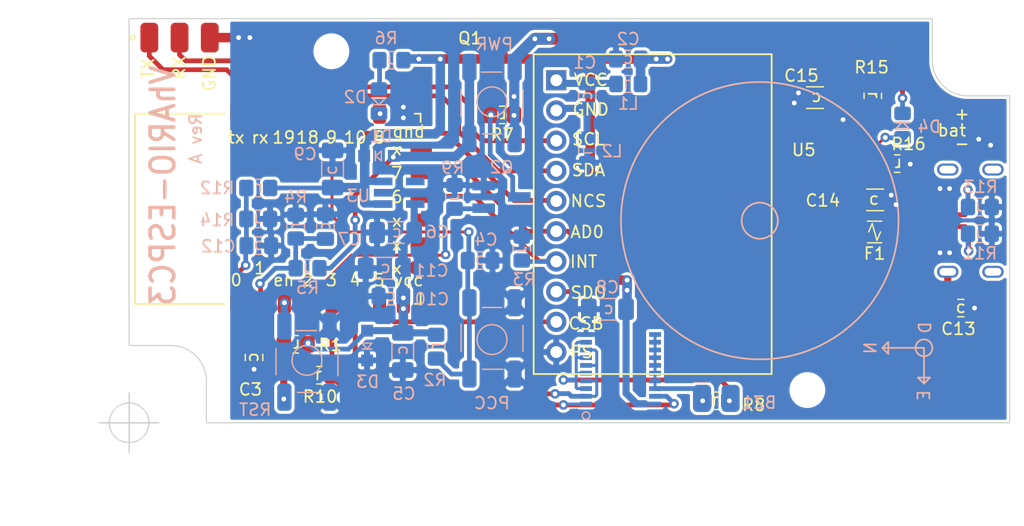
<source format=kicad_pcb>
(kicad_pcb (version 20220308) (generator pcbnew)
  (layers (0 "F.Cu" signal) (31 "B.Cu" signal) (34 "B.Paste" user) (35 "F.Paste" user) (36 "B.SilkS" user "B.Silkscreen") (37 "F.SilkS" user "F.Silkscreen") (38 "B.Mask" user) (39 "F.Mask" user) (44 "Edge.Cuts" user))
  (net 0 "")
  (net 1 "Net-(BZ1--)")
  (net 2 "Net-(BZ1-+)")
  (net 3 "Net-(U1-VCC)")
  (net 4 "Net-(U1-GND)")
  (net 5 "+VSW")
  (net 6 "GND")
  (net 7 "+3V3")
  (net 8 "/PWR_SENS")
  (net 9 "/ADC")
  (net 10 "Net-(J3-VBUS)")
  (net 11 "+BATT")
  (net 12 "Net-(D1-A)")
  (net 13 "Net-(D2-K)")
  (net 14 "Net-(D4-K)")
  (net 15 "Net-(D4-A)")
  (net 16 "Net-(J1-Pin_1)")
  (net 17 "Net-(J1-Pin_2)")
  (net 18 "Net-(J3-CC1)")
  (net 19 "Net-(J3-CC2)")
  (net 20 "Net-(Q1-G)")
  (net 21 "/PWR_CTRL")
  (net 22 "/DRDY")
  (net 23 "Net-(U5-STAT)")
  (net 24 "Net-(U5-PROG)")
  (net 25 "/SCK")
  (net 26 "/MOSI")
  (net 27 "/NCS")
  (net 28 "/MISO")
  (net 29 "/CSB")
  (net 34 "/AUDIO")
  (net 35 "/AUDIO_EN")
  (net 37 "Net-(U2-IO9)")
  (net 41 "Net-(SW1-A)")
  (net 42 "Net-(D2-A)")
  (net 43 "Net-(J3-SHIELD)")
  (footprint "00_project_footprints:C_1206_3216Metric_Pad1.33x1.80mm_HandSolder" (layer "F.Cu") (at 147.65 92.65 180)
    (fp_text reference "C15")
    (fp_text value "22uF")
  )
  (footprint "00_project_footprints:R_0805_2012Metric_Pad1.20x1.40mm_HandSolder" (layer "F.Cu") (at 139.35 118.15)
    (fp_text reference "R8")
    (fp_text value "10K")
  )
  (footprint "00_project_footprints:C_0805_2012Metric_Pad1.18x1.45mm_HandSolder" (layer "F.Cu") (at 159.9 110.35)
    (fp_text reference "C13")
    (fp_text value "100nF")
  )
  (footprint "00_project_footprints:espc3fn4_hn" (layer "F.Cu") (at 99.05 109.95 90)
    (fp_text reference "U2" hide)
    (fp_text value "ESPC3-12F C3FN4")
  )
  (footprint "00_project_footprints:R_0805_2012Metric_Pad1.20x1.40mm_HandSolder" (layer "F.Cu") (at 121.35 94.1 180)
    (fp_text reference "R7")
    (fp_text value "10K")
  )
  (footprint "00_project_footprints:R_0805_2012Metric_Pad1.20x1.40mm_HandSolder" (layer "F.Cu") (at 104 113.4 180)
    (fp_text reference "R1")
    (fp_text value "2K7")
  )
  (footprint "00_project_footprints:cjmcu_117_hn" (layer "F.Cu") (at 125.9 101.35)
    (fp_text reference "U1" hide)
    (fp_text value "CJMCU-117")
  )
  (footprint "00_project_footprints:MountingHole_2.5mm" (layer "F.Cu") (at 147 117.25)
    (fp_text reference "H2" hide)
    (fp_text value "mount_hole_hn")
  )
  (footprint "00_project_footprints:C_0805_2012Metric_Pad1.18x1.45mm_HandSolder" (layer "F.Cu") (at 100.5 114.5 -90)
    (fp_text reference "C3")
    (fp_text value "1uF")
  )
  (footprint "00_project_footprints:smd_conn2_hn" (layer "F.Cu") (at 161.75 95.2 90)
    (fp_text reference "J2" hide)
    (fp_text value "conn_bat")
  )
  (footprint "00_project_footprints:SOT-23-5_HandSoldering" (layer "F.Cu") (at 150 97 -90)
    (fp_text reference "U5")
    (fp_text value "MCP73831-2-OT")
  )
  (footprint "00_project_footprints:usbc_6pin_hn" (layer "F.Cu") (at 158.8 103 90)
    (fp_text reference "J3" hide)
    (fp_text value "USB_C_6PIN")
  )
  (footprint "00_project_footprints:Fuse_1206_3216Metric_Pad1.42x1.75mm_HandSolder" (layer "F.Cu") (at 152.65 103.95 180)
    (fp_text reference "F1")
    (fp_text value "nSMD075")
  )
  (footprint "00_project_footprints:pgm_conn_hn" (layer "F.Cu") (at 91.7 87.6 90)
    (fp_text reference "J1" hide)
    (fp_text value "conn_pgm")
  )
  (footprint "00_project_footprints:R_0805_2012Metric_Pad1.20x1.40mm_HandSolder" (layer "F.Cu") (at 152.5 92.5 -90)
    (fp_text reference "R15")
    (fp_text value "2K2")
  )
  (footprint "00_project_footprints:SOT-23_Handsoldering" (layer "F.Cu") (at 121.4 90.2 90)
    (fp_text reference "Q1")
    (fp_text value "AO3401A")
  )
  (footprint "00_project_footprints:R_0805_2012Metric_Pad1.20x1.40mm_HandSolder" (layer "F.Cu") (at 106 116)
    (fp_text reference "R10")
    (fp_text value "10K")
  )
  (footprint "00_project_footprints:MountingHole_2.5mm" (layer "F.Cu") (at 107 88.75)
    (fp_text reference "H1" hide)
    (fp_text value "mount_hole_hn")
  )
  (footprint "00_project_footprints:R_0805_2012Metric_Pad1.20x1.40mm_HandSolder" (layer "F.Cu") (at 154.55 98.2 180)
    (fp_text reference "R16")
    (fp_text value "2K")
  )
  (footprint "00_project_footprints:C_1206_3216Metric_Pad1.33x1.80mm_HandSolder" (layer "F.Cu") (at 152.7 101.25)
    (fp_text reference "C14")
    (fp_text value "22uF")
  )
  (footprint "00_project_footprints:smd_btn4_hn" (layer "B.Cu") (at 104.95 114.75 90)
    (fp_text reference "SW1" hide)
    (fp_text value "RST")
  )
  (footprint "00_project_footprints:smd_btn4_hn" (layer "B.Cu") (at 120.5 113 -90)
    (fp_text reference "SW2" hide)
    (fp_text value "PCC")
  )
  (footprint "00_project_footprints:C_1206_3216Metric_Pad1.33x1.80mm_HandSolder" (layer "B.Cu") (at 112.4 104 180)
    (fp_text reference "C6")
    (fp_text value "100uF")
  )
  (footprint "00_project_footprints:D_SOD-323_HandSoldering" (layer "B.Cu") (at 111 97.55)
    (fp_text reference "D1")
    (fp_text value "1N5819WS")
  )
  (footprint "00_project_footprints:L_0805_2012Metric_Pad1.15x1.40mm_HandSolder" (layer "B.Cu") (at 128.5 97.1 90)
    (fp_text reference "L2")
    (fp_text value "GZ2012D601TF")
  )
  (footprint "00_project_footprints:C_1206_3216Metric_Pad1.33x1.80mm_HandSolder" (layer "B.Cu") (at 111.45 107 180)
    (fp_text reference "C11")
    (fp_text value "22uF")
  )
  (footprint "00_project_footprints:C_1206_3216Metric_Pad1.33x1.80mm_HandSolder" (layer "B.Cu") (at 113 114 -90)
    (fp_text reference "C5")
    (fp_text value "100uF")
  )
  (footprint "00_project_footprints:L_0805_2012Metric_Pad1.15x1.40mm_HandSolder" (layer "B.Cu") (at 131.95 91.5)
    (fp_text reference "L1")
    (fp_text value "GZ2012D601TF")
  )
  (footprint "00_project_footprints:C_1206_3216Metric_Pad1.33x1.80mm_HandSolder" (layer "B.Cu") (at 107.1 98.65 90)
    (fp_text reference "C9")
    (fp_text value "22uF")
  )
  (footprint "00_project_footprints:C_0805_2012Metric_Pad1.18x1.45mm_HandSolder" (layer "B.Cu") (at 119.5 106.35)
    (fp_text reference "C4")
    (fp_text value "100nF")
  )
  (footprint "00_project_footprints:R_0805_2012Metric_Pad1.20x1.40mm_HandSolder" (layer "B.Cu") (at 161.5 104.1)
    (fp_text reference "R11")
    (fp_text value "5K1")
  )
  (footprint "00_project_footprints:R_0805_2012Metric_Pad1.20x1.40mm_HandSolder" (layer "B.Cu") (at 117.35 101 90)
    (fp_text reference "R9")
    (fp_text value "10K")
  )
  (footprint "00_project_footprints:R_0805_2012Metric_Pad1.20x1.40mm_HandSolder" (layer "B.Cu") (at 123 105.35 90)
    (fp_text reference "R3")
    (fp_text value "10K")
  )
  (footprint "00_project_footprints:C_0805_2012Metric_Pad1.18x1.45mm_HandSolder" (layer "B.Cu") (at 131.95 89.4 180)
    (fp_text reference "C2")
    (fp_text value "100nF")
  )
  (footprint "00_project_footprints:SSOP-20_4.4x6.5mm_P0.65mm" (layer "B.Cu") (at 131.3 115.5)
    (fp_text reference "U4" hide)
    (fp_text value "74HC240PWR")
  )
  (footprint "00_project_footprints:R_0805_2012Metric_Pad1.20x1.40mm_HandSolder" (layer "B.Cu") (at 105 107)
    (fp_text reference "R5")
    (fp_text value "2K7")
  )
  (footprint "00_project_footprints:smd_btn4_hn" (layer "B.Cu") (at 120.5 93 90)
    (fp_text reference "SW3" hide)
    (fp_text value "PWR")
  )
  (footprint "00_project_footprints:R_0805_2012Metric_Pad1.20x1.40mm_HandSolder" (layer "B.Cu") (at 104 103.5 -90)
    (fp_text reference "R4")
    (fp_text value "10K")
  )
  (footprint "00_project_footprints:C_0805_2012Metric_Pad1.18x1.45mm_HandSolder" (layer "B.Cu") (at 106.5 103.5 -90)
    (fp_text reference "C7")
    (fp_text value "100nF")
  )
  (footprint "00_project_footprints:C_0805_2012Metric_Pad1.18x1.45mm_HandSolder" (layer "B.Cu") (at 128.5 92.5 -90)
    (fp_text reference "C1")
    (fp_text value "100nF")
  )
  (footprint "00_project_footprints:R_0805_2012Metric_Pad1.20x1.40mm_HandSolder" (layer "B.Cu") (at 161.5 101.85)
    (fp_text reference "R13")
    (fp_text value "5K1")
  )
  (footprint "00_project_footprints:D_SOD-323_HandSoldering" (layer "B.Cu") (at 110 113.5 90)
    (fp_text reference "D3")
    (fp_text value "BV03C")
  )
  (footprint "00_project_footprints:SOT-23-5_HandSoldering" (layer "B.Cu") (at 112.7 100.65)
    (fp_text reference "U3" hide)
    (fp_text value "TLV75533PDBV")
  )
  (footprint "00_project_footprints:R_0805_2012Metric_Pad1.20x1.40mm_HandSolder" (layer "B.Cu") (at 115.8 113.6 -90)
    (fp_text reference "R2")
    (fp_text value "10K")
  )
  (footprint "00_project_footprints:C_0805_2012Metric_Pad1.18x1.45mm_HandSolder" (layer "B.Cu") (at 112 109.35 180)
    (fp_text reference "C10")
    (fp_text value "100nF")
  )
  (footprint "00_project_footprints:R_0805_2012Metric_Pad1.20x1.40mm_HandSolder" (layer "B.Cu") (at 100.85 100.25 180)
    (fp_text reference "R12")
    (fp_text value "10K")
  )
  (footprint "00_project_footprints:C_1206_3216Metric_Pad1.33x1.80mm_HandSolder" (layer "B.Cu") (at 130.2 110.45 180)
    (fp_text reference "C8")
    (fp_text value "22uF")
  )
  (footprint "00_project_footprints:SOT-23_Handsoldering" (layer "B.Cu") (at 121.3 101)
    (fp_text reference "Q2")
    (fp_text value "2N7002")
  )
  (footprint "00_project_footprints:C_0805_2012Metric_Pad1.18x1.45mm_HandSolder" (layer "B.Cu") (at 100.9 105.1)
    (fp_text reference "C12")
    (fp_text value "100nF")
  )
  (footprint "00_project_footprints:R_0805_2012Metric_Pad1.20x1.40mm_HandSolder" (layer "B.Cu") (at 100.85 102.85)
    (fp_text reference "R14")
    (fp_text value "2K2")
  )
  (footprint "00_project_footprints:LED_0805_2012Metric_Pad1.15x1.40mm_HandSolder" (layer "B.Cu") (at 111 92.95 90)
    (fp_text reference "D2")
    (fp_text value "BLUE")
  )
  (footprint "00_project_footprints:LED_0805_2012Metric_Pad1.15x1.40mm_HandSolder" (layer "B.Cu") (at 155 95 -90)
    (fp_text reference "D4")
    (fp_text value "RED")
  )
  (footprint "00_project_footprints:smd_conn2_hn" (layer "B.Cu") (at 139.35 118.05)
    (fp_text reference "BZ1")
    (fp_text value "KPEG006")
  )
  (footprint "00_project_footprints:R_0805_2012Metric_Pad1.20x1.40mm_HandSolder" (layer "B.Cu") (at 112.05 89.5)
    (fp_text reference "R6")
    (fp_text value "2K2")
  )
  (gr_line (start 156.3 116.2) (end 157.3 116.2) (stroke (width 0.15)) (layer "B.SilkS"))
  (gr_line (start 156.8 113.7) (end 153.3 113.7) (stroke (width 0.15)) (layer "B.SilkS"))
  (gr_line (start 153.8 113.2) (end 153.3 113.7) (stroke (width 0.15)) (layer "B.SilkS"))
  (gr_circle (center 143 103) (end 153 97) (stroke (width 0.15)) (fill none) (layer "B.SilkS"))
  (gr_line (start 153.8 113.7) (end 153.8 114.2) (stroke (width 0.15)) (layer "B.SilkS"))
  (gr_circle (center 156.8 113.7) (end 157.3 113.2) (stroke (width 0.15)) (fill none) (layer "B.SilkS"))
  (gr_line (start 156.8 113.7) (end 156.8 116.7) (stroke (width 0.15)) (layer "B.SilkS"))
  (gr_line (start 153.8 114.2) (end 153.3 113.7) (stroke (width 0.15)) (layer "B.SilkS"))
  (gr_line (start 156.8 116.7) (end 156.3 116.2) (stroke (width 0.15)) (layer "B.SilkS"))
  (gr_line (start 157.3 116.2) (end 156.8 116.7) (stroke (width 0.15)) (layer "B.SilkS"))
  (gr_line (start 153.8 113.7) (end 153.8 113.2) (stroke (width 0.15)) (layer "B.SilkS"))
  (gr_circle (center 143 103) (end 144.1 104.05) (stroke (width 0.15)) (fill none) (layer "B.SilkS"))
  (gr_line (start 144 89) (end 124 89) (stroke (width 0.15)) (layer "F.SilkS"))
  (gr_line (start 124 115.9) (end 144 115.9) (stroke (width 0.15)) (layer "F.SilkS"))
  (gr_line (start 90.5 94) (end 90.5 110) (stroke (width 0.15)) (layer "F.SilkS"))
  (gr_line (start 98 94) (end 90.5 94) (stroke (width 0.15)) (layer "F.SilkS"))
  (gr_line (start 114.5 94) (end 114.5 94.7) (stroke (width 0.15)) (layer "F.SilkS"))
  (gr_line (start 114 94) (end 114.5 94) (stroke (width 0.15)) (layer "F.SilkS"))
  (gr_line (start 114.5 109.15) (end 114.5 110) (stroke (width 0.15)) (layer "F.SilkS"))
  (gr_line (start 114.5 110) (end 114 110) (stroke (width 0.15)) (layer "F.SilkS"))
  (gr_line (start 90.5 110) (end 98 110) (stroke (width 0.15)) (layer "F.SilkS"))
  (gr_line (start 144 115.9) (end 144 89) (stroke (width 0.15)) (layer "F.SilkS"))
  (gr_line (start 124 89) (end 124 115.9) (stroke (width 0.15)) (layer "F.SilkS"))
  (gr_line (start 157.5 86) (end 157.5 89.5) (stroke (width 0.1)) (layer "Edge.Cuts"))
  (gr_line (start 96.5 120) (end 164 120) (stroke (width 0.1)) (layer "Edge.Cuts"))
  (gr_arc (start 160.5 92.5) (mid 158.37868 91.62132) (end 157.5 89.5) (stroke (width 0.1)) (layer "Edge.Cuts"))
  (gr_line (start 90 113.5) (end 93.5 113.5) (stroke (width 0.1)) (layer "Edge.Cuts"))
  (gr_line (start 164 92.5) (end 161 92.5) (stroke (width 0.1)) (layer "Edge.Cuts"))
  (gr_line (start 161 92.5) (end 160.5 92.5) (stroke (width 0.1)) (layer "Edge.Cuts"))
  (gr_line (start 157.5 86) (end 90 86) (stroke (width 0.1)) (layer "Edge.Cuts"))
  (gr_line (start 96.5 120) (end 96.5 116.5) (stroke (width 0.1)) (layer "Edge.Cuts"))
  (gr_line (start 90 86) (end 90 113.5) (stroke (width 0.1)) (layer "Edge.Cuts"))
  (gr_line (start 164 120) (end 164 92.5) (stroke (width 0.1)) (layer "Edge.Cuts"))
  (gr_arc (start 93.5 113.5) (mid 95.62132 114.37868) (end 96.5 116.5) (stroke (width 0.1)) (layer "Edge.Cuts"))
  (gr_text "N" (at 152.3 113.7 90) (layer "B.SilkS") (effects (font (size 1 1)) (justify mirror)))
  (gr_text "RST" (at 100.6 118.9) (layer "B.SilkS") (effects (font (size 1 1)) (justify mirror)))
  (gr_text "E" (at 156.8 117.7 90) (layer "B.SilkS") (effects (font (size 1 1)) (justify mirror)))
  (gr_text "U3" (at 109.25 100.9) (layer "B.SilkS") (effects (font (size 1 1)) (justify mirror)))
  (gr_text "Rev A" (at 95.6 96.1 90) (layer "B.SilkS") (effects (font (size 1 1)) (justify mirror)))
  (gr_text "PWR" (at 120.7 88.15) (layer "B.SilkS") (effects (font (size 1 1)) (justify mirror)))
  (gr_text "VhARIO-ESPC3" (at 92.85 100.05 90) (layer "B.SilkS") (effects (font (size 2 1.8) (thickness 0.3) bold) (justify mirror)))
  (gr_text "D" (at 156.9 112 90) (layer "B.SilkS") (effects (font (size 1 1)) (justify mirror)))
  (gr_text "PCC" (at 120.5 118.35) (layer "B.SilkS") (effects (font (size 1 1)) (justify mirror)))
  (gr_text "tx" (at 99 96) (layer "F.SilkS") (effects (font (size 1 1))))
  (gr_text "-" (at 160 96.5) (layer "F.SilkS") (effects (font (size 1 1)) (justify mirror)))
  (gr_text "bat" (at 159.15 95.4) (layer "F.SilkS") (effects (font (size 1 1))))
  (gr_text "GND" (at 96.75 90.6 90) (layer "F.SilkS") (effects (font (size 1 1))))
  (gr_text "7" (at 112.5 99) (layer "F.SilkS") (effects (font (size 1 1))))
  (gr_text "18" (at 105 96) (layer "F.SilkS") (effects (font (size 1 1))))
  (gr_text "TX" (at 91.6 90.2 90) (layer "F.SilkS") (effects (font (size 1 1))))
  (gr_text "en" (at 103 108) (layer "F.SilkS") (effects (font (size 1 1))))
  (gr_text "2" (at 105 108) (layer "F.SilkS") (effects (font (size 1 1))))
  (gr_text "gnd" (at 113.5 95.5) (layer "F.SilkS") (effects (font (size 1 1))))
  (gr_text "3" (at 107 108) (layer "F.SilkS") (effects (font (size 1 1))))
  (gr_text "19" (at 103 96) (layer "F.SilkS") (effects (font (size 1 1))))
  (gr_text "rx" (at 101 96) (layer "F.SilkS") (effects (font (size 1 1))))
  (gr_text "vcc" (at 113.5 108) (layer "F.SilkS") (effects (font (size 1 1))))
  (gr_text "x" (at 112.5 107) (layer "F.SilkS") (effects (font (size 1 1))))
  (gr_text "0" (at 99 108) (layer "F.SilkS") (effects (font (size 1 1))))
  (gr_text "x" (at 112.5 103) (layer "F.SilkS") (effects (font (size 1 1))))
  (gr_text "1" (at 101 107) (layer "F.SilkS") (effects (font (size 1 1))))
  (gr_text "10" (at 109 96) (layer "F.SilkS") (effects (font (size 1 1))))
  (gr_text "x" (at 112.5 97) (layer "F.SilkS") (effects (font (size 1 1))))
  (gr_text "4" (at 109 108) (layer "F.SilkS") (effects (font (size 1 1))))
  (gr_text "5" (at 111 108) (layer "F.SilkS") (effects (font (size 1 1))))
  (gr_text "RX" (at 94.2 90.15 90) (layer "F.SilkS") (effects (font (size 1 1))))
  (gr_text "9" (at 107 96) (layer "F.SilkS") (effects (font (size 1 1))))
  (gr_text "x" (at 112.5 105) (layer "F.SilkS") (effects (font (size 1 1))))
  (gr_text "6" (at 112.5 101) (layer "F.SilkS") (effects (font (size 1 1))))
  (gr_text "8" (at 111 96) (layer "F.SilkS") (effects (font (size 1 1))))
  (gr_text "+" (at 160 94) (layer "F.SilkS") (effects (font (size 1 1)) (justify mirror)))
  (target plus (at 90 120) (size 5) (width 0.1) (layer "Edge.Cuts"))
  (target plus (at 90 120) (size 5) (width 0.1) (layer "Edge.Cuts"))
  (target plus (at 90 120) (size 5) (width 0.1) (layer "Edge.Cuts"))
  (via (at 138.2 118.15) (size 0.8) (drill 0.4) (layers "F.Cu" "B.Cu") (net 1))
  (segment (start 134.2 116.475) (end 134.2 115.825) (width 0.25) (layer "B.Cu") (net 1))
  (segment (start 138.15 117.5) (end 137.775 117.125) (width 0.25) (layer "B.Cu") (net 1))
  (segment (start 134.2 114.525) (end 134.2 115.175) (width 0.25) (layer "B.Cu") (net 1))
  (segment (start 134.2 115.175) (end 134.2 115.825) (width 0.25) (layer "B.Cu") (net 1))
  (segment (start 134.2 113.225) (end 134.2 113.875) (width 0.25) (layer "B.Cu") (net 1))
  (segment (start 134.2 113.875) (end 134.2 114.525) (width 0.25) (layer "B.Cu") (net 1))
  (segment (start 134.2 117.125) (end 134.2 116.475) (width 0.25) (layer "B.Cu") (net 1))
  (segment (start 134.2 112.575) (end 134.2 113.225) (width 0.25) (layer "B.Cu") (net 1))
  (segment (start 137.775 117.125) (end 134.2 117.125) (width 0.4) (layer "B.Cu") (net 1))
  (segment (start 139.7 116.4) (end 140.4 117.1) (width 0.4) (layer "F.Cu") (net 2))
  (segment (start 126.5 116.4) (end 139.7 116.4) (width 0.4) (layer "F.Cu") (net 2))
  (segment (start 140.4 117.1) (end 140.4 118.1) (width 0.4) (layer "F.Cu") (net 2))
  (segment (start 140.4 118.1) (end 140.35 118.15) (width 0.25) (layer "F.Cu") (net 2))
  (via (at 126.5 116.4) (size 0.8) (drill 0.4) (layers "F.Cu" "B.Cu") (net 2))
  (via (at 140.45 118.15) (size 0.8) (drill 0.4) (layers "F.Cu" "B.Cu") (net 2))
  (segment (start 127.65 117.125) (end 128.4 117.125) (width 0.25) (layer "B.Cu") (net 2))
  (segment (start 128.4 115.825) (end 127.65 115.825) (width 0.25) (layer "B.Cu") (net 2))
  (segment (start 127.65 114.525) (end 127.575489 114.450489) (width 0.25) (layer "B.Cu") (net 2))
  (segment (start 127.575489 114.450489) (end 127.575489 113.524022) (width 0.25) (layer "B.Cu") (net 2))
  (segment (start 126.5 116.4) (end 127.5 116.4) (width 0.4) (layer "B.Cu") (net 2))
  (segment (start 127.575489 116.475489) (end 127.575489 117.050489) (width 0.25) (layer "B.Cu") (net 2))
  (segment (start 127.575489 113.350489) (end 127.575489 116.475489) (width 0.25) (layer "B.Cu") (net 2))
  (segment (start 127.575489 117.050489) (end 127.65 117.125) (width 0.25) (layer "B.Cu") (net 2))
  (segment (start 127.700978 114.525) (end 128.4 114.525) (width 0.25) (layer "B.Cu") (net 2))
  (segment (start 127.675 115.825) (end 128.4 115.825) (width 0.25) (layer "B.Cu") (net 2))
  (segment (start 127.700978 113.225) (end 127.575489 113.350489) (width 0.25) (layer "B.Cu") (net 2))
  (segment (start 128.4 113.225) (end 127.700978 113.225) (width 0.25) (layer "B.Cu") (net 2))
  (segment (start 127.874511 113.225) (end 128.4 113.225) (width 0.25) (layer "B.Cu") (net 2))
  (segment (start 128.4 114.525) (end 127.65 114.525) (width 0.25) (layer "B.Cu") (net 2))
  (segment (start 127.5 116.4) (end 127.575489 116.475489) (width 0.25) (layer "B.Cu") (net 2))
  (segment (start 126.16 91.45) (end 125.9 91.19) (width 0.25) (layer "B.Cu") (net 3))
  (segment (start 130.75 91.45) (end 128.5125 91.45) (width 0.6) (layer "B.Cu") (net 3))
  (segment (start 128.4875 91.45) (end 126.16 91.45) (width 0.6) (layer "B.Cu") (net 3))
  (segment (start 128.5125 91.45) (end 128.5 91.4625) (width 0.25) (layer "B.Cu") (net 3))
  (segment (start 128.5 91.4625) (end 128.4875 91.45) (width 0.25) (layer "B.Cu") (net 3))
  (segment (start 130.8 91.5) (end 130.75 91.45) (width 0.25) (layer "B.Cu") (net 3))
  (segment (start 128.4875 95.9375) (end 128.5 95.95) (width 0.25) (layer "B.Cu") (net 4))
  (segment (start 128.4875 93.55) (end 126.08 93.55) (width 0.6) (layer "B.Cu") (net 4))
  (segment (start 126.08 93.55) (end 125.9 93.73) (width 0.25) (layer "B.Cu") (net 4))
  (segment (start 128.5 93.5375) (end 128.4875 93.55) (width 0.25) (layer "B.Cu") (net 4))
  (segment (start 128.4875 93.55) (end 128.4875 95.9375) (width 0.6) (layer "B.Cu") (net 4))
  (segment (start 128.75 89.4) (end 121.5375 89.4) (width 0.8) (layer "F.Cu") (net 5))
  (segment (start 114.35 89.4) (end 121.5375 89.4) (width 0.8) (layer "F.Cu") (net 5))
  (segment (start 128.75 89.4) (end 135.25 89.4) (width 0.8) (layer "F.Cu") (net 5))
  (segment (start 131.85 108) (end 131.85 108.85) (width 0.8) (layer "F.Cu") (net 5))
  (segment (start 129.5 108) (end 128.75 107.25) (width 0.8) (layer "F.Cu") (net 5))
  (segment (start 128.75 107.25) (end 128.75 89.4) (width 0.8) (layer "F.Cu") (net 5))
  (segment (start 131.85 108) (end 129.5 108) (width 0.8) (layer "F.Cu") (net 5))
  (segment (start 121.5375 89.4) (end 121.4 89.2625) (width 0.6) (layer "F.Cu") (net 5))
  (via (at 116.15 89.4) (size 0.8) (drill 0.4) (layers "F.Cu" "B.Cu") (net 5))
  (via (at 135.25 89.4) (size 0.8) (drill 0.4) (layers "F.Cu" "B.Cu") (net 5))
  (via (at 131.85 108) (size 0.8) (drill 0.4) (layers "F.Cu" "B.Cu") (net 5))
  (via (at 134.3 89.4) (size 0.8) (drill 0.4) (layers "F.Cu" "B.Cu") (net 5))
  (via (at 114.35 89.4) (size 0.8) (drill 0.4) (layers "F.Cu" "B.Cu") (net 5))
  (via (at 131.85 108.85) (size 0.8) (drill 0.4) (layers "F.Cu" "B.Cu") (net 5))
  (segment (start 101.85 100.25) (end 107.0625 100.25) (width 0.4) (layer "B.Cu") (net 5))
  (segment (start 109.8 101.5) (end 109.8 96.5) (width 0.8) (layer "B.Cu") (net 5))
  (segment (start 133.2 91.45) (end 133.15 91.4) (width 0.25) (layer "B.Cu") (net 5))
  (segment (start 131.85 108) (end 131.85 110.75) (width 0.8) (layer "B.Cu") (net 5))
  (segment (start 111.35 101.6) (end 109.8 101.6) (width 0.6) (layer "B.Cu") (net 5))
  (segment (start 132.9875 89.4) (end 132.9875 91.4875) (width 0.8) (layer "B.Cu") (net 5))
  (segment (start 110.6 95.7) (end 115.75 95.7) (width 0.8) (layer "B.Cu") (net 5))
  (segment (start 132.9875 91.4875) (end 132.975 91.5) (width 0.25) (layer "B.Cu") (net 5))
  (segment (start 131.7625 110.8375) (end 131.7625 117.5125) (width 0.6) (layer "B.Cu") (net 5))
  (segment (start 116.15 95.3) (end 116.15 89.4) (width 0.8) (layer "B.Cu") (net 5))
  (segment (start 116.15 89.4) (end 113.15 89.4) (width 0.8) (layer "B.Cu") (net 5))
  (segment (start 131.7625 117.5125) (end 132.65 118.4) (width 0.6) (layer "B.Cu") (net 5))
  (segment (start 132.65 118.4) (end 133.35 118.4) (width 0.6) (layer "B.Cu") (net 5))
  (segment (start 131.85 110.75) (end 131.7625 110.8375) (width 0.4) (layer "B.Cu") (net 5))
  (segment (start 134.2 118.425) (end 133.125 118.425) (width 0.4) (layer "B.Cu") (net 5))
  (segment (start 107.1 100.2125) (end 109.7625 100.2125) (width 0.8) (layer "B.Cu") (net 5))
  (segment (start 115.75 95.7) (end 116.15 95.3) (width 0.8) (layer "B.Cu") (net 5))
  (segment (start 110.1 99.7) (end 111.5625 99.7) (width 0.6) (layer "B.Cu") (net 5))
  (segment (start 133.1625 91.4125) (end 133.2 91.45) (width 0.6) (layer "B.Cu") (net 5))
  (segment (start 109.8 96.5) (end 110.6 95.7) (width 0.8) (layer "B.Cu") (net 5))
  (segment (start 107.0625 100.25) (end 107.1 100.2125) (width 0.25) (layer "B.Cu") (net 5))
  (segment (start 132.9875 89.4) (end 135.25 89.4) (width 0.8) (layer "B.Cu") (net 5))
  (segment (start 150 95.8625) (end 150 94.5) (width 0.6) (layer "F.Cu") (net 6))
  (segment (start 158.95 100.3) (end 158.15 100.3) (width 0.25) (layer "F.Cu") (net 6))
  (segment (start 99.2 87.6) (end 100.2 87.6) (width 0.8) (layer "F.Cu") (net 6))
  (segment (start 96.78 87.6) (end 99.2 87.6) (width 0.8) (layer "F.Cu") (net 6))
  (via (at 150 94.5) (size 0.8) (drill 0.4) (layers "F.Cu" "B.Cu") (net 6))
  (via (at 154.45 101.65) (size 0.8) (drill 0.4) (layers "F.Cu" "B.Cu") (net 6))
  (via (at 158.95 105.7) (size 0.8) (drill 0.4) (layers "F.Cu" "B.Cu") (net 6))
  (via (at 158.95 100.3) (size 0.8) (drill 0.4) (layers "F.Cu" "B.Cu") (net 6))
  (via (at 158.15 100.3) (size 0.8) (drill 0.4) (layers "F.Cu" "B.Cu") (net 6))
  (via (at 155.65 98.25) (size 0.8) (drill 0.4) (layers "F.Cu" "B.Cu") (net 6))
  (via (at 161.4 96.15) (size 0.8) (drill 0.4) (layers "F.Cu" "B.Cu") (net 6))
  (via (at 100.15 87.6) (size 0.8) (drill 0.4) (layers "F.Cu" "B.Cu") (net 6))
  (via (at 146.25 92.25) (size 0.8) (drill 0.4) (layers "F.Cu" "B.Cu") (net 6))
  (via (at 154.05 100.85) (size 0.8) (drill 0.4) (layers "F.Cu" "B.Cu") (net 6))
  (via (at 113.05 93.45) (size 0.8) (drill 0.4) (layers "F.Cu" "B.Cu") (net 6))
  (via (at 158.15 105.7) (size 0.8) (drill 0.4) (layers "F.Cu" "B.Cu") (net 6))
  (via (at 113.05 94.35) (size 0.8) (drill 0.4) (layers "F.Cu" "B.Cu") (net 6))
  (via (at 161.05 110.35) (size 0.8) (drill 0.4) (layers "F.Cu" "B.Cu") (net 6))
  (via (at 162.4 96.65) (size 0.8) (drill 0.4) (layers "F.Cu" "B.Cu") (net 6))
  (via (at 99.2 87.6) (size 0.8) (drill 0.4) (layers "F.Cu" "B.Cu") (net 6))
  (via (at 100.5 115.5) (size 0.8) (drill 0.4) (layers "F.Cu" "B.Cu") (net 6))
  (via (at 145.9 93.1) (size 0.8) (drill 0.4) (layers "F.Cu" "B.Cu") (net 6))
  (segment (start 111.5625 100.65) (end 112.55 100.65) (width 0.6) (layer "B.Cu") (net 6))
  (segment (start 112.55 100.65) (end 112.75 100.65) (width 1) (layer "B.Cu") (net 6))
  (segment (start 105.05 113.3) (end 105 113.35) (width 0.25) (layer "F.Cu") (net 7))
  (segment (start 105 113.35) (end 105 116) (width 0.4) (layer "F.Cu") (net 7))
  (via (at 113.05 109.5) (size 0.8) (drill 0.4) (layers "F.Cu" "B.Cu") (net 7))
  (via (at 113.05 110.4) (size 0.8) (drill 0.4) (layers "F.Cu" "B.Cu") (net 7))
  (via (at 105.05 113.3) (size 0.8) (drill 0.4) (layers "F.Cu" "B.Cu") (net 7))
  (segment (start 110 112.25) (end 108.45 113.8) (width 0.4) (layer "B.Cu") (net 7))
  (segment (start 113.9625 104) (end 113.9625 101.575) (width 0.6) (layer "B.Cu") (net 7))
  (segment (start 110 112.25) (end 112.8125 112.25) (width 0.6) (layer "B.Cu") (net 7))
  (segment (start 113.0125 104.95) (end 113.9625 104) (width 0.8) (layer "B.Cu") (net 7))
  (segment (start 113.05 110.4) (end 113.05 112.3875) (width 0.8) (layer "B.Cu") (net 7))
  (segment (start 113.0125 107) (end 113.0125 104.95) (width 0.8) (layer "B.Cu") (net 7))
  (segment (start 113.0125 109.325) (end 113.0375 109.35) (width 0.6) (layer "B.Cu") (net 7))
  (segment (start 113.0125 107) (end 113.0125 109.325) (width 0.8) (layer "B.Cu") (net 7))
  (segment (start 113.05 112.3875) (end 113 112.4375) (width 0.6) (layer "B.Cu") (net 7))
  (segment (start 105.55 113.8) (end 105.05 113.3) (width 0.4) (layer "B.Cu") (net 7))
  (segment (start 108.45 113.8) (end 105.55 113.8) (width 0.4) (layer "B.Cu") (net 7))
  (segment (start 113 112.4375) (end 115.6375 112.4375) (width 0.6) (layer "B.Cu") (net 7))
  (segment (start 101.05 109.95) (end 101.05 108.35) (width 0.4) (layer "F.Cu") (net 8))
  (segment (start 101.05 108.35) (end 101 108.3) (width 0.4) (layer "F.Cu") (net 8))
  (via (at 101 108.3) (size 0.8) (drill 0.4) (layers "F.Cu" "B.Cu") (net 8))
  (segment (start 104 107) (end 104 104.5) (width 0.4) (layer "B.Cu") (net 8))
  (segment (start 104 104.5) (end 106.4625 104.5) (width 0.4) (layer "B.Cu") (net 8))
  (segment (start 106.4625 104.5) (end 106.5 104.5375) (width 0.25) (layer "B.Cu") (net 8))
  (segment (start 101 108.3) (end 102.3 107) (width 0.4) (layer "B.Cu") (net 8))
  (segment (start 102.3 107) (end 104 107) (width 0.4) (layer "B.Cu") (net 8))
  (segment (start 99.8 106.75) (end 99.05 107.5) (width 0.4) (layer "F.Cu") (net 9))
  (segment (start 99.05 107.5) (end 99.05 109.95) (width 0.4) (layer "F.Cu") (net 9))
  (via (at 99.8 106.75) (size 0.8) (drill 0.4) (layers "F.Cu" "B.Cu") (net 9))
  (segment (start 99.8 105.1625) (end 99.8625 105.1) (width 0.25) (layer "B.Cu") (net 9))
  (segment (start 99.85 102.85) (end 99.85 100.25) (width 0.4) (layer "B.Cu") (net 9))
  (segment (start 99.8625 105.1) (end 99.8625 103.0875) (width 0.4) (layer "B.Cu") (net 9))
  (segment (start 99.8 106.75) (end 99.8 105.1625) (width 0.4) (layer "B.Cu") (net 9))
  (segment (start 156.5 104) (end 157 104.5) (width 0.6) (layer "F.Cu") (net 10))
  (segment (start 158.1 101.5) (end 157 101.5) (width 0.6) (layer "F.Cu") (net 10))
  (segment (start 157 101.5) (end 156.5 102) (width 0.6) (layer "F.Cu") (net 10))
  (segment (start 157 104.5) (end 158.1 104.5) (width 0.6) (layer "F.Cu") (net 10))
  (segment (start 156.45 103.95) (end 154.1375 103.95) (width 0.8) (layer "F.Cu") (net 10))
  (segment (start 156.5 102) (end 156.5 103.5) (width 0.6) (layer "F.Cu") (net 10))
  (segment (start 156.5 103.5) (end 156.5 104) (width 0.6) (layer "F.Cu") (net 10))
  (segment (start 149.0125 92.65) (end 149.25 92.4125) (width 1) (layer "F.Cu") (net 11))
  (segment (start 149.0125 89.7625) (end 154.6125 89.7625) (width 1) (layer "F.Cu") (net 11))
  (segment (start 149.25 92.4125) (end 149.25 90) (width 1) (layer "F.Cu") (net 11))
  (segment (start 154.6125 89.7625) (end 158.9 94.05) (width 1) (layer "F.Cu") (net 11))
  (segment (start 149.0125 89.7625) (end 147 87.75) (width 1) (layer "F.Cu") (net 11))
  (segment (start 149.05 92.8375) (end 148.8625 92.65) (width 0.25) (layer "F.Cu") (net 11))
  (segment (start 161.8 94.05) (end 161.85 94) (width 1) (layer "F.Cu") (net 11))
  (segment (start 149.25 90) (end 149.0125 89.7625) (width 1) (layer "F.Cu") (net 11))
  (segment (start 122.35 93.55) (end 122.35 94.15) (width 0.4) (layer "F.Cu") (net 11))
  (segment (start 122.35 93.65) (end 122.35 92.55) (width 0.8) (layer "F.Cu") (net 11))
  (segment (start 158.9 94.05) (end 161.8 94.05) (width 1) (layer "F.Cu") (net 11))
  (segment (start 149.05 95.8625) (end 149.05 92.8375) (width 0.6) (layer "F.Cu") (net 11))
  (segment (start 147 87.7) (end 124.15 87.7) (width 1) (layer "F.Cu") (net 11))
  (segment (start 147 87.75) (end 147 87.7) (width 1) (layer "F.Cu") (net 11))
  (segment (start 122.35 92.55) (end 122.35 92.2) (width 0.8) (layer "F.Cu") (net 11))
  (via (at 125.3 87.7) (size 0.8) (drill 0.4) (layers "F.Cu" "B.Cu") (net 11))
  (via (at 122.35 94.15) (size 0.8) (drill 0.4) (layers "F.Cu" "B.Cu") (net 11))
  (via (at 124.1 87.7) (size 0.8) (drill 0.4) (layers "F.Cu" "B.Cu") (net 11))
  (via (at 122.35 92.55) (size 0.8) (drill 0.4) (layers "F.Cu" "B.Cu") (net 11))
  (segment (start 122.4 89.4) (end 122.4 89.65) (width 1) (layer "B.Cu") (net 11))
  (segment (start 124.1 87.7) (end 122.4 89.4) (width 1) (layer "B.Cu") (net 11))
  (segment (start 124.1 87.7) (end 125.3 87.7) (width 1) (layer "B.Cu") (net 11))
  (segment (start 122.4 90.1) (end 122.4 96.1) (width 0.8) (layer "B.Cu") (net 11))
  (segment (start 109 102.95) (end 109 100.85) (width 0.4) (layer "F.Cu") (net 12))
  (segment (start 109 100.85) (end 112.2 97.65) (width 0.4) (layer "F.Cu") (net 12))
  (via (at 109 102.95) (size 0.8) (drill 0.4) (layers "F.Cu" "B.Cu") (net 12))
  (via (at 112.2 97.65) (size 0.8) (drill 0.4) (layers "F.Cu" "B.Cu") (net 12))
  (segment (start 109 104.9) (end 106.9 107) (width 0.4) (layer "B.Cu") (net 12))
  (segment (start 106.9 107) (end 106 107) (width 0.4) (layer "B.Cu") (net 12))
  (segment (start 112.2 97.65) (end 112.25 97.6) (width 0.8) (layer "B.Cu") (net 12))
  (segment (start 112.25 97.6) (end 117.45 97.6) (width 0.8) (layer "B.Cu") (net 12))
  (segment (start 118.6 90.1) (end 118.6 96.1) (width 0.8) (layer "B.Cu") (net 12))
  (segment (start 109 102.95) (end 109 104.9) (width 0.4) (layer "B.Cu") (net 12))
  (segment (start 117.45 97.6) (end 118.6 96.45) (width 0.8) (layer "B.Cu") (net 12))
  (via (at 111.1 94) (size 0.8) (drill 0.4) (layers "F.Cu" "B.Cu") (net 13))
  (segment (start 155 92.7) (end 155 92.1) (width 0.4) (layer "F.Cu") (net 14))
  (segment (start 155 92.1) (end 154.4 91.5) (width 0.4) (layer "F.Cu") (net 14))
  (segment (start 154.4 91.5) (end 152.5 91.5) (width 0.4) (layer "F.Cu") (net 14))
  (via (at 155 92.7) (size 0.8) (drill 0.4) (layers "F.Cu" "B.Cu") (net 14))
  (segment (start 155 92.7) (end 155 93.975) (width 0.4) (layer "B.Cu") (net 14))
  (segment (start 149.55 101.25) (end 149.05 100.75) (width 0.8) (layer "F.Cu") (net 15))
  (segment (start 149.25 96.95) (end 149.05 97.15) (width 0.25) (layer "F.Cu") (net 15))
  (segment (start 149.05 100.75) (end 149 100.7) (width 0.8) (layer "F.Cu") (net 15))
  (segment (start 153.5 96) (end 152.55 96.95) (width 0.25) (layer "F.Cu") (net 15))
  (segment (start 149.05 97.15) (end 149.05 98.1375) (width 0.25) (layer "F.Cu") (net 15))
  (segment (start 149 100.7) (end 149 99.8) (width 0.8) (layer "F.Cu") (net 15))
  (segment (start 149.05 98.35) (end 149.05 99.75) (width 0.6) (layer "F.Cu") (net 15))
  (segment (start 153.55 96) (end 153.5 96) (width 0.25) (layer "F.Cu") (net 15))
  (segment (start 151.1375 101.25) (end 149.55 101.25) (width 0.8) (layer "F.Cu") (net 15))
  (segment (start 152.55 96.95) (end 149.25 96.95) (width 0.25) (layer "F.Cu") (net 15))
  (segment (start 149.05 99.75) (end 149 99.8) (width 0.25) (layer "F.Cu") (net 15))
  (segment (start 151.1375 101.25) (end 151.1375 103.9375) (width 0.8) (layer "F.Cu") (net 15))
  (via (at 153.55 96) (size 0.8) (drill 0.4) (layers "F.Cu" "B.Cu") (net 15))
  (segment (start 155 96.025) (end 153.575 96.025) (width 0.4) (layer "B.Cu") (net 15))
  (segment (start 153.575 96.025) (end 153.55 96) (width 0.25) (layer "B.Cu") (net 15))
  (segment (start 98.2 90.3) (end 99.05 91.15) (width 0.4) (layer "F.Cu") (net 16))
  (segment (start 99.05 91.15) (end 99.05 93.95) (width 0.4) (layer "F.Cu") (net 16))
  (segment (start 91.7 89.15) (end 92.85 90.3) (width 0.4) (layer "F.Cu") (net 16))
  (segment (start 92.85 90.3) (end 98.2 90.3) (width 0.4) (layer "F.Cu") (net 16))
  (segment (start 91.7 87.6) (end 91.7 89.15) (width 0.4) (layer "F.Cu") (net 16))
  (segment (start 94.75 89.55) (end 99.65 89.55) (width 0.4) (layer "F.Cu") (net 17))
  (segment (start 101.05 90.95) (end 101.05 93.95) (width 0.4) (layer "F.Cu") (net 17))
  (segment (start 99.65 89.55) (end 101.05 90.95) (width 0.4) (layer "F.Cu") (net 17))
  (segment (start 94.24 87.6) (end 94.24 89.04) (width 0.4) (layer "F.Cu") (net 17))
  (segment (start 94.24 89.04) (end 94.75 89.55) (width 0.4) (layer "F.Cu") (net 17))
  (segment (start 160.55 103.8) (end 160.55 105.55) (width 0.4) (layer "F.Cu") (net 18))
  (segment (start 158.6 103.5) (end 160.25 103.5) (width 0.4) (layer "F.Cu") (net 18))
  (segment (start 160.25 103.5) (end 160.55 103.8) (width 0.4) (layer "F.Cu") (net 18))
  (via (at 160.55 105.55) (size 0.8) (drill 0.4) (layers "F.Cu" "B.Cu") (net 18))
  (segment (start 160.5 104.1) (end 160.5 105.5) (width 0.4) (layer "B.Cu") (net 18))
  (segment (start 160.5 105.5) (end 160.55 105.55) (width 0.25) (layer "B.Cu") (net 18))
  (segment (start 160.25 102.5) (end 160.5 102.25) (width 0.4) (layer "F.Cu") (net 19))
  (segment (start 158.6 102.5) (end 160.25 102.5) (width 0.4) (layer "F.Cu") (net 19))
  (segment (start 160.5 102.25) (end 160.5 100.4) (width 0.4) (layer "F.Cu") (net 19))
  (via (at 160.5 100.4) (size 0.8) (drill 0.4) (layers "F.Cu" "B.Cu") (net 19))
  (segment (start 160.5 100.4) (end 160.5 101.85) (width 0.4) (layer "B.Cu") (net 19))
  (segment (start 120.45 94.05) (end 120.45 91.1375) (width 0.4) (layer "F.Cu") (net 20))
  (segment (start 120.4 94.1) (end 120.45 94.05) (width 0.4) (layer "F.Cu") (net 20))
  (via (at 120.4 94.1) (size 0.8) (drill 0.4) (layers "F.Cu" "B.Cu") (net 20))
  (segment (start 120.4 94.1) (end 120.4 93.9) (width 0.25) (layer "B.Cu") (net 20))
  (segment (start 120.35 93.95) (end 120.35 97.45) (width 0.4) (layer "B.Cu") (net 20))
  (segment (start 120.35 97.45) (end 122.2375 99.3375) (width 0.4) (layer "B.Cu") (net 20))
  (segment (start 122.2375 99.3375) (end 122.2375 101) (width 0.4) (layer "B.Cu") (net 20))
  (segment (start 105.05 109.55) (end 105.05 109.95) (width 0.25) (layer "F.Cu") (net 21))
  (segment (start 108.7 105.9) (end 105.05 109.55) (width 0.25) (layer "F.Cu") (net 21))
  (segment (start 116.6 105.85) (end 116.55 105.9) (width 0.25) (layer "F.Cu") (net 21))
  (segment (start 116.55 105.9) (end 108.7 105.9) (width 0.25) (layer "F.Cu") (net 21))
  (via (at 116.6 105.85) (size 0.8) (drill 0.4) (layers "F.Cu" "B.Cu") (net 21))
  (segment (start 116.55 105.8) (end 116.55 102.8) (width 0.4) (layer "B.Cu") (net 21))
  (segment (start 117.35 102) (end 119.75 102) (width 0.4) (layer "B.Cu") (net 21))
  (segment (start 116.55 102.8) (end 117.35 102) (width 0.4) (layer "B.Cu") (net 21))
  (segment (start 116.6 105.85) (end 116.55 105.8) (width 0.25) (layer "B.Cu") (net 21))
  (segment (start 119.75 102) (end 119.8 101.95) (width 0.4) (layer "B.Cu") (net 21))
  (segment (start 114.55 100.95) (end 119 100.95) (width 0.4) (layer "F.Cu") (net 22))
  (segment (start 119 100.95) (end 124.48 106.43) (width 0.4) (layer "F.Cu") (net 22))
  (segment (start 124.48 106.43) (end 125.9 106.43) (width 0.4) (layer "F.Cu") (net 22))
  (segment (start 125.9 106.43) (end 123.08 106.43) (width 0.4) (layer "B.Cu") (net 22))
  (segment (start 123.08 106.43) (end 123 106.35) (width 0.25) (layer "B.Cu") (net 22))
  (segment (start 150.95 95.05) (end 152.5 93.5) (width 0.4) (layer "F.Cu") (net 23))
  (segment (start 150.95 95.8625) (end 150.95 95.05) (width 0.4) (layer "F.Cu") (net 23))
  (segment (start 153.4875 98.1375) (end 153.55 98.2) (width 0.4) (layer "F.Cu") (net 24))
  (segment (start 150.95 98.1375) (end 153.4875 98.1375) (width 0.4) (layer "F.Cu") (net 24))
  (segment (start 119.67 96.27) (end 125.9 96.27) (width 0.4) (layer "F.Cu") (net 25))
  (segment (start 104.85 91.75) (end 117.05 91.75) (width 0.4) (layer "F.Cu") (net 25))
  (segment (start 118.75 95.35) (end 119.67 96.27) (width 0.4) (layer "F.Cu") (net 25))
  (segment (start 118.75 93.45) (end 118.75 95.35) (width 0.4) (layer "F.Cu") (net 25))
  (segment (start 103.05 93.55) (end 104.85 91.75) (width 0.4) (layer "F.Cu") (net 25))
  (segment (start 117.05 91.75) (end 118.75 93.45) (width 0.4) (layer "F.Cu") (net 25))
  (segment (start 103.05 93.95) (end 103.05 93.55) (width 0.25) (layer "F.Cu") (net 25))
  (segment (start 117.7 95.5) (end 117.7 93.95) (width 0.4) (layer "F.Cu") (net 26))
  (segment (start 125.9 98.81) (end 121.01 98.81) (width 0.4) (layer "F.Cu") (net 26))
  (segment (start 105.05 93.5) (end 105.05 93.95) (width 0.25) (layer "F.Cu") (net 26))
  (segment (start 116.25 92.5) (end 106.05 92.5) (width 0.4) (layer "F.Cu") (net 26))
  (segment (start 106.05 92.5) (end 105.05 93.5) (width 0.4) (layer "F.Cu") (net 26))
  (segment (start 117.7 93.95) (end 116.25 92.5) (width 0.4) (layer "F.Cu") (net 26))
  (segment (start 121.01 98.81) (end 117.7 95.5) (width 0.4) (layer "F.Cu") (net 26))
  (segment (start 122.35 101.3) (end 125.85 101.3) (width 0.4) (layer "F.Cu") (net 27))
  (segment (start 116.7 95.65) (end 122.35 101.3) (width 0.4) (layer "F.Cu") (net 27))
  (segment (start 125.85 101.3) (end 125.9 101.35) (width 0.4) (layer "F.Cu") (net 27))
  (segment (start 109.1 95.3) (end 109.05 95.25) (width 0.25) (layer "F.Cu") (net 27))
  (segment (start 109.45 95.65) (end 116.7 95.65) (width 0.4) (layer "F.Cu") (net 27))
  (segment (start 109.05 95.25) (end 109.05 93.95) (width 0.4) (layer "F.Cu") (net 27))
  (segment (start 109.1 95.3) (end 109.45 95.65) (width 0.4) (layer "F.Cu") (net 27))
  (segment (start 126.89 103.89) (end 127.5 104.5) (width 0.4) (layer "F.Cu") (net 28))
  (segment (start 125.9 103.89) (end 123.44 103.89) (width 0.4) (layer "F.Cu") (net 28))
  (segment (start 125.9 103.89) (end 126.89 103.89) (width 0.4) (layer "F.Cu") (net 28))
  (segment (start 123.44 103.89) (end 118.5 98.95) (width 0.4) (layer "F.Cu") (net 28))
  (segment (start 125.9 108.97) (end 127.03 108.97) (width 0.4) (layer "F.Cu") (net 28))
  (segment (start 127.5 108.5) (end 127.5 104.5) (width 0.4) (layer "F.Cu") (net 28))
  (segment (start 127.03 108.97) (end 127.5 108.5) (width 0.4) (layer "F.Cu") (net 28))
  (segment (start 118.5 98.95) (end 114.55 98.95) (width 0.4) (layer "F.Cu") (net 28))
  (segment (start 111.05 110.3) (end 112.26 111.51) (width 0.4) (layer "F.Cu") (net 29))
  (segment (start 112.26 111.51) (end 125.9 111.51) (width 0.4) (layer "F.Cu") (net 29))
  (segment (start 111.05 109.95) (end 111.05 110.3) (width 0.25) (layer "F.Cu") (net 29))
  (segment (start 109 110) (end 109.05 109.95) (width 0.25) (layer "F.Cu") (net 34))
  (segment (start 110.568745 117.568745) (end 109 116) (width 0.4) (layer "F.Cu") (net 34))
  (segment (start 125.793245 117.568745) (end 110.568745 117.568745) (width 0.4) (layer "F.Cu") (net 34))
  (segment (start 109 116) (end 109 110) (width 0.4) (layer "F.Cu") (net 34))
  (via (at 125.793245 117.568745) (size 0.8) (drill 0.4) (layers "F.Cu" "B.Cu") (net 34))
  (segment (start 129.3 116.5) (end 129.275 116.475) (width 0.25) (layer "B.Cu") (net 34))
  (segment (start 129.15 113.875) (end 128.4 113.875) (width 0.25) (layer "B.Cu") (net 34))
  (segment (start 128.4 117.775) (end 127.175 117.775) (width 0.4) (layer "B.Cu") (net 34))
  (segment (start 129.275 116.475) (end 128.4 116.475) (width 0.25) (layer "B.Cu") (net 34))
  (segment (start 128.4 115.175) (end 129.225 115.175) (width 0.25) (layer "B.Cu") (net 34))
  (segment (start 129.3 117.65) (end 129.175 117.775) (width 0.25) (layer "B.Cu") (net 34))
  (segment (start 126.95 117.55) (end 125.81199 117.55) (width 0.4) (layer "B.Cu") (net 34))
  (segment (start 129.175 117.775) (end 128.4 117.775) (width 0.25) (layer "B.Cu") (net 34))
  (segment (start 127.175 117.775) (end 126.95 117.55) (width 0.4) (layer "B.Cu") (net 34))
  (segment (start 129.15 113.875) (end 129.3 114.025) (width 0.25) (layer "B.Cu") (net 34))
  (segment (start 125.81199 117.55) (end 125.793245 117.568745) (width 0.25) (layer "B.Cu") (net 34))
  (segment (start 129.3 114.025) (end 129.3 117.65) (width 0.25) (layer "B.Cu") (net 34))
  (segment (start 107.05 109.95) (end 107.05 115.95) (width 0.4) (layer "F.Cu") (net 35))
  (segment (start 109.4 118.5) (end 126.5 118.5) (width 0.4) (layer "F.Cu") (net 35))
  (segment (start 135.7 118.5) (end 135.8 118.4) (width 0.25) (layer "F.Cu") (net 35))
  (segment (start 107.05 115.95) (end 107 116) (width 0.25) (layer "F.Cu") (net 35))
  (segment (start 107 116.1) (end 109.4 118.5) (width 0.4) (layer "F.Cu") (net 35))
  (segment (start 126.5 118.5) (end 135.7 118.5) (width 0.4) (layer "F.Cu") (net 35))
  (segment (start 107 116) (end 107 116.1) (width 0.25) (layer "F.Cu") (net 35))
  (via (at 126.5 118.5) (size 0.8) (drill 0.4) (layers "F.Cu" "B.Cu") (net 35))
  (via (at 135.8 118.4) (size 0.8) (drill 0.4) (layers "F.Cu" "B.Cu") (net 35))
  (segment (start 134.2 117.775) (end 135.175 117.775) (width 0.4) (layer "B.Cu") (net 35))
  (segment (start 128.4 118.425) (end 126.575 118.425) (width 0.25) (layer "B.Cu") (net 35))
  (segment (start 126.575 118.425) (end 126.5 118.5) (width 0.25) (layer "B.Cu") (net 35))
  (segment (start 135.175 117.775) (end 135.8 118.4) (width 0.4) (layer "B.Cu") (net 35))
  (segment (start 107.05 102.6) (end 107.05 93.95) (width 0.25) (layer "F.Cu") (net 37))
  (segment (start 108.4 103.95) (end 107.05 102.6) (width 0.25) (layer "F.Cu") (net 37))
  (segment (start 118.55 103.95) (end 108.4 103.95) (width 0.25) (layer "F.Cu") (net 37))
  (via (at 118.55 103.95) (size 0.8) (drill 0.4) (layers "F.Cu" "B.Cu") (net 37))
  (segment (start 118.55 103.95) (end 118.55 106.2625) (width 0.4) (layer "B.Cu") (net 37))
  (segment (start 117.1 115.9) (end 118.6 115.9) (width 0.4) (layer "B.Cu") (net 37))
  (segment (start 118.6 109.9) (end 118.6 115.9) (width 0.4) (layer "B.Cu") (net 37))
  (segment (start 118.4625 109.7625) (end 118.6 109.9) (width 0.25) (layer "B.Cu") (net 37))
  (segment (start 115.8 114.6) (end 117.1 115.9) (width 0.4) (layer "B.Cu") (net 37))
  (segment (start 118.55 106.2625) (end 118.4625 106.35) (width 0.25) (layer "B.Cu") (net 37))
  (segment (start 118.4625 106.35) (end 118.4625 109.7625) (width 0.4) (layer "B.Cu") (net 37))
  (segment (start 103.05 109.95) (end 103.05 113.35) (width 0.6) (layer "F.Cu") (net 41))
  (segment (start 103 113.4) (end 100.5625 113.4) (width 0.6) (layer "F.Cu") (net 41))
  (segment (start 103.05 109.9) (end 103.05 109.95) (width 0.25) (layer "F.Cu") (net 41))
  (segment (start 103.05 113.35) (end 103 113.4) (width 0.6) (layer "F.Cu") (net 41))
  (segment (start 103 113.4) (end 103 118) (width 0.6) (layer "F.Cu") (net 41))
  (via (at 103.05 109.9) (size 0.8) (drill 0.4) (layers "F.Cu" "B.Cu") (net 41))
  (via (at 103 118) (size 0.8) (drill 0.4) (layers "F.Cu" "B.Cu") (net 41))
  (segment (start 103.05 109.9) (end 103.05 111.85) (width 0.6) (layer "B.Cu") (net 41))
  (segment (start 111.05 91.875) (end 111 91.925) (width 0.6) (layer "B.Cu") (net 42))
  (segment (start 111.05 89.5) (end 111.05 91.875) (width 0.4) (layer "B.Cu") (net 42))
  (segment (start 158.8 110.2875) (end 158.8625 110.35) (width 0.6) (layer "F.Cu") (net 43))
  (segment (start 158.8 107.3) (end 158.8 110.2875) (width 0.6) (layer "F.Cu") (net 43))
  (zone (net 6) (net_name "GND") (layer "B.Cu") (connect_pads (clearance 0.254)) (min_thickness 0.254) (fill yes (thermal_gap 0.254) (thermal_bridge_width 0.508))
    (polygon (pts (xy 159 90.5) (xy 164 92) (xy 164 93) (xy 164 120) (xy 98.5 120) (xy 98.5 86) (xy 157.5 86)))
  )
)
</source>
